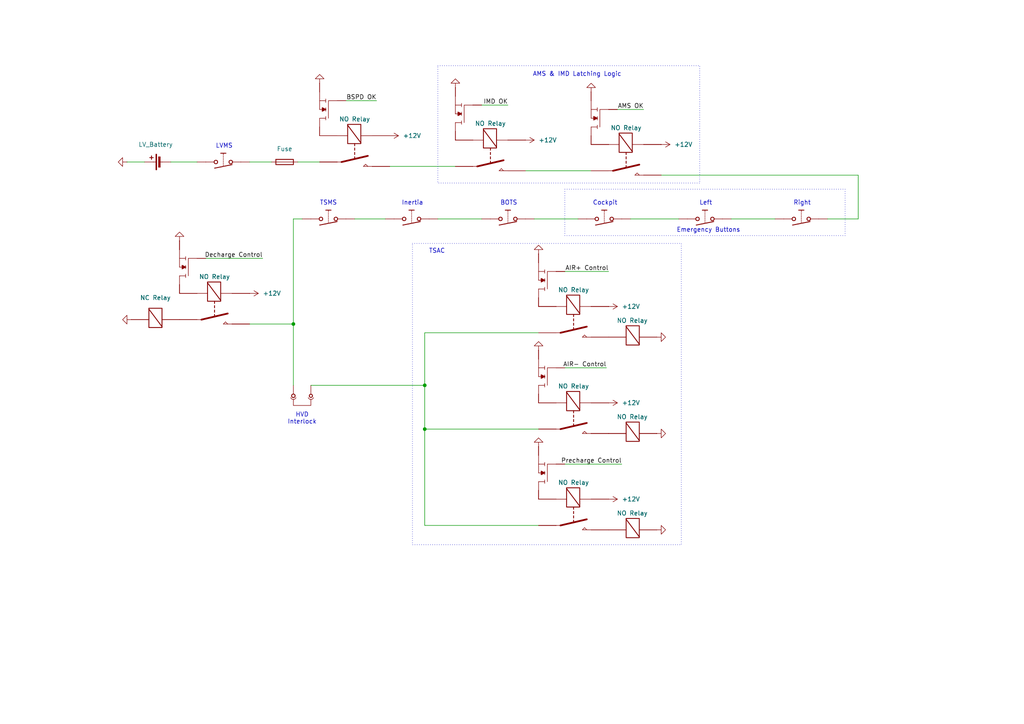
<source format=kicad_sch>
(kicad_sch (version 20231120) (generator "eeschema") (generator_version "8.0")
  (paper "A4")
  (lib_symbols
    (symbol "ADG417BR_1" (pin_names (offset 0.254))
      (symbol "ADG417BR_1_0_1"
        (arc (start -1.778 -0.254) (mid -2.54 0.2952) (end -3.302 -0.254))
        (polyline (pts (xy -2.54 0.254) (xy -2.54 2.032) (xy 2.54 2.032) (xy 2.54 0.254)))
        (arc (start 3.302 -0.254) (mid 2.54 0.2952) (end 1.778 -0.254))
      )
      (symbol "ADG417BR_1_1_1"
        (circle (center -2.54 -0.762) (radius 0.4579) (stroke (width 0.254)))
        (circle (center 2.54 -0.762) (radius 0.508) (stroke (width 0.254)))
        (pin passive line (at -2.54 -3.81 90) (length 2.54) (name "~") (number ""))
        (pin passive line (at 2.54 -3.81 90) (length 2.54) (name "~") (number ""))
      )
      (symbol "ADG417BR_1_2_0"
        (pin no_connect line (at -2.54 10.16 270) (length 2.54) hide (name "NC") (number "2"))
        (pin power_in line (at 0 -12.7 90) (length 2.54) (name "GND") (number "3"))
        (pin power_in line (at 0 12.7 270) (length 2.54) (name "V+") (number "4"))
        (pin power_in line (at 2.54 12.7 270) (length 2.54) (name "VL") (number "5"))
        (pin power_in line (at 2.54 -12.7 90) (length 2.54) (name "V-") (number "7"))
      )
      (symbol "ADG417BR_1_2_1"
        (rectangle (start -3.81 10.16) (end 6.35 -10.16) (stroke (width 0.254)) (fill (type background)))
      )
    )
    (symbol "Analog_Switch:ADG417BR" (pin_names (offset 0.254))
      (symbol "ADG417BR_1_1"
        (circle (center -2.159 0) (radius 0.508) (stroke (width 0.254)))
        (polyline (pts (xy -5.08 0) (xy -2.794 0)))
        (polyline (pts (xy -2.54 0.762) (xy 2.54 1.778)) (stroke (width 0.254)))
        (polyline (pts (xy -0.762 -2.54) (xy 0.762 -2.54)) (stroke (width 0.254)))
        (polyline (pts (xy 0 -2.54) (xy 0 -2.032)))
        (polyline (pts (xy 0 -1.778) (xy 0 -1.524)))
        (polyline (pts (xy 0 -1.27) (xy 0 -1.016)))
        (polyline (pts (xy 0 -0.762) (xy 0 -0.508)))
        (polyline (pts (xy 0 -0.254) (xy 0 0)))
        (polyline (pts (xy 0 0.254) (xy 0 0.508)))
        (polyline (pts (xy 0 0.762) (xy 0 1.016)))
        (polyline (pts (xy 5.08 0) (xy 2.794 0)))
        (circle (center 2.159 0) (radius 0.508) (stroke (width 0.254)))
        (pin passive line (at -7.62 0 0) (length 2.54) (name "~") (number ""))
        (pin passive line (at 7.62 0 180) (length 2.54) (name "~") (number ""))
      )
      (symbol "ADG417BR_2_0"
        (pin no_connect line (at -2.54 10.16 270) (length 2.54) hide (name "NC") (number "2"))
        (pin power_in line (at 0 -12.7 90) (length 2.54) (name "GND") (number "3"))
        (pin power_in line (at 0 12.7 270) (length 2.54) (name "V+") (number "4"))
        (pin power_in line (at 2.54 12.7 270) (length 2.54) (name "VL") (number "5"))
        (pin power_in line (at 2.54 -12.7 90) (length 2.54) (name "V-") (number "7"))
      )
      (symbol "ADG417BR_2_1"
        (rectangle (start -3.81 10.16) (end 6.35 -10.16) (stroke (width 0.254)) (fill (type background)))
      )
    )
    (symbol "Device:Battery_Cell" (pin_numbers hide) (pin_names (offset 0) hide)
      (property "Reference" "BT" (at 2.54 2.54 0))
      (property "Value" "Battery_Cell" (at 2.54 0 0))
      (symbol "Battery_Cell_0_1"
        (rectangle (start -2.286 1.778) (end 2.286 1.524) (fill (type outline)))
        (rectangle (start -1.524 1.016) (end 1.524 0.508) (fill (type outline)))
        (polyline (pts (xy 0 0.762) (xy 0 0)))
        (polyline (pts (xy 0 1.778) (xy 0 2.54)))
        (polyline (pts (xy 0.762 3.048) (xy 1.778 3.048)) (stroke (width 0.254)))
        (polyline (pts (xy 1.27 3.556) (xy 1.27 2.54)) (stroke (width 0.254)))
      )
      (symbol "Battery_Cell_1_1"
        (pin passive line (at 0 5.08 270) (length 2.54) (name "+") (number "1"))
        (pin passive line (at 0 -2.54 90) (length 2.54) (name "-") (number "2"))
      )
    )
    (symbol "Device:Fuse" (pin_numbers hide) (pin_names (offset 0))
      (property "Reference" "F" (at 2.032 0 90))
      (property "Value" "Fuse" (at -1.905 0 90))
      (symbol "Fuse_0_1"
        (rectangle (start -0.762 -2.54) (end 0.762 2.54) (stroke (width 0.254)))
        (polyline (pts (xy 0 2.54) (xy 0 -2.54)))
      )
      (symbol "Fuse_1_1"
        (pin passive line (at 0 3.81 270) (length 1.27) (name "~") (number "1"))
        (pin passive line (at 0 -3.81 90) (length 1.27) (name "~") (number "2"))
      )
    )
    (symbol "EPSA_Lib:NMOS SQ2348ES-T1_GE3" (pin_names (offset 0.762))
      (property "Reference" "Q1" (at 15.875 0 0))
      (property "Render Name" "NMOS" (at 15.875 -2.54 0))
      (symbol "NMOS SQ2348ES-T1_GE3_0_1"
        (polyline (pts (xy 12.827 6.223) (xy 13.843 6.223)) (stroke (width 0.1524)))
        (polyline (pts (xy 13.335 6.223) (xy 13.335 4.445)) (stroke (width 0.1524)))
        (polyline (pts (xy 15.367 6.223) (xy 16.383 6.223)) (stroke (width 0.1524)))
        (polyline (pts (xy 15.875 4.445) (xy 10.795 4.445)) (stroke (width 0.1524)))
        (polyline (pts (xy 15.875 4.445) (xy 15.875 6.223)) (stroke (width 0.1524)))
        (polyline (pts (xy 18.415 4.445) (xy 18.415 6.223)) (stroke (width 0.1524)))
        (polyline (pts (xy 18.415 4.445) (xy 20.955 4.445)) (stroke (width 0.1524)))
        (polyline (pts (xy 18.923 6.223) (xy 17.907 6.223)) (stroke (width 0.1524)))
        (polyline (pts (xy 13.335 9.525) (xy 13.335 6.985) (xy 18.415 6.985)) (stroke (width 0.1524)))
        (polyline (pts (xy 15.875 6.223) (xy 16.383 5.207) (xy 15.367 5.207) (xy 15.875 6.223)) (stroke (width 0.254)) (fill (type outline)))
      )
      (symbol "NMOS SQ2348ES-T1_GE3_1_0"
        (pin passive line (at 8.255 4.445 0) (length 2.54) (name "~") (number ""))
        (pin passive line (at 13.335 12.065 270) (length 2.54) (name "~") (number ""))
        (pin passive line (at 23.495 4.445 180) (length 2.54) (name "~") (number ""))
      )
    )
    (symbol "EPSA_Lib:Relais PCB" (pin_names (offset 0.762))
      (property "Value" "NO Relay" (at 12.7 8.636 0))
      (symbol "Relais PCB_1_0"
        (pin passive line (at 2.54 -3.81 0) (length 5.08) (name "") (number ""))
        (pin passive line (at 2.54 3.81 0) (length 5.08) (name "") (number ""))
        (pin passive line (at 22.86 -5.08 180) (length 5.08) (name "") (number ""))
        (pin passive line (at 22.86 3.81 180) (length 5.08) (name "") (number ""))
      )
      (symbol "Relais PCB_1_1"
        (polyline (pts (xy 8.89 -3.81) (xy 7.62 -3.81)))
        (polyline (pts (xy 8.89 -3.81) (xy 16.51 -2.032)) (stroke (width 0.508)))
        (polyline (pts (xy 10.668 3.81) (xy 7.62 3.81)))
        (polyline (pts (xy 10.668 6.858) (xy 14.478 1.778)) (stroke (width 0.254)))
        (polyline (pts (xy 12.7 -2.286) (xy 12.7 -2.921)) (stroke (width 0.254)))
        (polyline (pts (xy 12.7 -1.016) (xy 12.7 -1.651)) (stroke (width 0.254)))
        (polyline (pts (xy 12.7 0.254) (xy 12.7 -0.381)) (stroke (width 0.254)))
        (polyline (pts (xy 12.7 1.524) (xy 12.7 0.889)) (stroke (width 0.254)))
        (polyline (pts (xy 17.78 -5.08) (xy 16.51 -5.08)))
        (polyline (pts (xy 17.78 3.81) (xy 14.478 3.81)))
        (polyline (pts (xy 15.24 -5.08) (xy 16.51 -5.08) (xy 15.875 -4.445) (xy 15.24 -5.08)))
        (rectangle (start 10.668 7.112) (end 14.478 1.524) (stroke (width 0.254)))
      )
    )
    (symbol "Relais PCB_1" (pin_names (offset 0.762))
      (property "Value" "NO Relay" (at 11.938 8.636 0))
      (symbol "Relais PCB_1_1_0"
        (pin passive line (at 5.08 3.81 0) (length 5.08) (name "") (number ""))
        (pin passive line (at 19.05 3.81 180) (length 5.08) (name "") (number ""))
      )
      (symbol "Relais PCB_1_1_1"
        (polyline (pts (xy 10.16 6.858) (xy 13.97 1.778)) (stroke (width 0.254)))
        (rectangle (start 10.16 7.112) (end 13.97 1.524) (stroke (width 0.254)))
      )
    )
    (symbol "power:+12V" (power) (pin_numbers hide) (pin_names (offset 0) hide)
      (property "Value" "+12V" (at 0 3.556 0))
      (symbol "+12V_0_1"
        (polyline (pts (xy -0.762 1.27) (xy 0 2.54)))
        (polyline (pts (xy 0 0) (xy 0 2.54)))
        (polyline (pts (xy 0 2.54) (xy 0.762 1.27)))
      )
      (symbol "+12V_1_1"
        (pin power_in line (at 0 0 90) (length 0) (name "~") (number "1"))
      )
    )
    (symbol "power:GND" (power) (pin_numbers hide) (pin_names (offset 0) hide)
      (property "Value" "GND" (at 0 -3.81 0))
      (symbol "GND_0_1"
        (polyline (pts (xy 0 0) (xy 0 -1.27) (xy 1.27 -1.27) (xy 0 -2.54) (xy -1.27 -1.27) (xy 0 -1.27)))
      )
      (symbol "GND_1_1"
        (pin power_in line (at 0 0 270) (length 0) (name "~") (number "1"))
      )
    )
  )
  (junction (at 123.19 111.76))
  (junction (at 85.09 93.98))
  (junction (at 123.19 124.46))
  (wire (pts (xy 154.94 63.5) (xy 167.64 63.5)))
  (wire (pts (xy 248.92 63.5) (xy 240.03 63.5)))
  (wire (pts (xy 175.895 106.68) (xy 163.83 106.68)))
  (wire (pts (xy 36.83 46.99) (xy 41.91 46.99)))
  (wire (pts (xy 248.92 50.8) (xy 248.92 63.5)))
  (wire (pts (xy 127 63.5) (xy 139.7 63.5)))
  (wire (pts (xy 182.88 63.5) (xy 196.85 63.5)))
  (wire (pts (xy 85.09 63.5) (xy 85.09 93.98)))
  (wire (pts (xy 191.77 50.8) (xy 248.92 50.8)))
  (wire (pts (xy 87.63 63.5) (xy 85.09 63.5)))
  (wire (pts (xy 102.87 63.5) (xy 111.76 63.5)))
  (wire (pts (xy 156.21 152.4) (xy 123.19 152.4)))
  (wire (pts (xy 123.19 111.76) (xy 123.19 96.52)))
  (wire (pts (xy 86.36 46.99) (xy 92.71 46.99)))
  (wire (pts (xy 72.39 46.99) (xy 78.74 46.99)))
  (wire (pts (xy 156.21 124.46) (xy 123.19 124.46)))
  (wire (pts (xy 90.17 111.76) (xy 123.19 111.76)))
  (wire (pts (xy 152.4 49.53) (xy 171.45 49.53)))
  (wire (pts (xy 49.53 46.99) (xy 57.15 46.99)))
  (wire (pts (xy 76.2 74.93) (xy 59.69 74.93)))
  (wire (pts (xy 176.53 78.74) (xy 163.83 78.74)))
  (wire (pts (xy 186.69 31.75) (xy 179.07 31.75)))
  (wire (pts (xy 212.09 63.5) (xy 224.79 63.5)))
  (wire (pts (xy 147.32 30.48) (xy 139.7 30.48)))
  (wire (pts (xy 109.22 29.21) (xy 100.33 29.21)))
  (wire (pts (xy 123.19 152.4) (xy 123.19 124.46)))
  (wire (pts (xy 85.09 93.98) (xy 85.09 111.76)))
  (wire (pts (xy 85.09 93.98) (xy 72.39 93.98)))
  (wire (pts (xy 113.03 48.26) (xy 132.08 48.26)))
  (wire (pts (xy 123.19 96.52) (xy 156.21 96.52)))
  (wire (pts (xy 180.34 134.62) (xy 163.83 134.62)))
  (wire (pts (xy 123.19 124.46) (xy 123.19 111.76)))
  (rectangle (start 119.634 70.612) (end 197.612 157.988) (stroke (width 0) (type dot)))
  (rectangle (start 127 19.05) (end 202.946 53.086) (stroke (width 0) (type dot)))
  (rectangle (start 163.83 54.864) (end 245.11 68.326) (stroke (width 0) (type dot)))
  (text "TSAC" (at 126.746 72.898 0) (effects (font (size 1.27 1.27))))
  (text "HVD\nInterlock" (at 87.63 121.412 0) (effects (font (size 1.27 1.27))))
  (text "BOTS" (at 147.574 58.928 0) (effects (font (size 1.27 1.27))))
  (text "Right" (at 232.664 58.928 0) (effects (font (size 1.27 1.27))))
  (text "Inertia" (at 119.634 58.928 0) (effects (font (size 1.27 1.27))))
  (text "Cockpit" (at 175.514 58.928 0) (effects (font (size 1.27 1.27))))
  (text "AMS & IMD Latching Logic" (at 167.386 21.59 0) (effects (font (size 1.27 1.27))))
  (text "LVMS" (at 65.024 42.418 0) (effects (font (size 1.27 1.27))))
  (text "Emergency Buttons" (at 205.486 66.802 0) (effects (font (size 1.27 1.27))))
  (text "TSMS" (at 95.25 58.928 0) (effects (font (size 1.27 1.27))))
  (text "Left" (at 204.724 58.928 0) (effects (font (size 1.27 1.27))))
  (label "Decharge Control" (at 76.2 74.93 180))
  (label "Precharge Control" (at 180.34 134.62 180))
  (label "BSPD OK" (at 109.22 29.21 180))
  (label "AMS OK" (at 186.69 31.75 180))
  (label "AIR+ Control" (at 176.53 78.74 180))
  (label "IMD OK" (at 147.32 30.48 180))
  (label "AIR- Control" (at 175.895 106.68 180))
  (symbol (lib_id "power:+12V") (at 152.4 40.64 270) (unit 1)
    (property "Reference" "#PWR05" (effects (hide yes)))
    (property "Value" "+12V" (at 156.21 40.6399 90) (effects (justify left)))
    (property "Description" "Power symbol creates a global label with name \"+12V\"" (effects (hide yes)))
  )
  (symbol (lib_name "EPSA_Lib:Relais PCB") (lib_id "EPSA_Lib:Relais PCB") (at 49.53 88.9 0) (unit 1)
    (property "Reference" "K4" (effects (hide yes)))
    (property "Value" "NO Relay" (at 62.23 80.264 0))
    (property "Footprint" "EPSA_lib:CP112V" (effects (hide yes)))
    (property "Datasheet" "https://www3.panasonic.biz/ac/e/uacs/download/index.jsp?c=vehicle_download" (effects (hide yes)))
    (property "Description" "PANASONIC ELECTRIC WORKS - CP1-12V - RELAY, AUTOMOTIVE, SPDT, 14VDC, 20A" (effects (hide yes)))
    (property "Height" "9.5" (effects (hide yes)))
    (property "Mouser Part Number" "769-CP1-12V" (effects (hide yes)))
    (property "Mouser Price/Stock" "https://www.mouser.co.uk/ProductDetail/Panasonic-Industrial-Devices/CP1-12V?qs=mTeSeKeuVA7dPPafy7M16g%3D%3D" (effects (hide yes)))
    (property "Manufacturer_Name" "Panasonic" (effects (hide yes)))
    (property "Manufacturer_Part_Number" "CP1-12V" (effects (hide yes)))
  )
  (symbol (lib_id "power:+12V") (at 176.53 88.9 270) (unit 1)
    (property "Reference" "#PWR011" (effects (hide yes)))
    (property "Value" "+12V" (at 180.34 88.8999 90) (effects (justify left)))
    (property "Description" "Power symbol creates a global label with name \"+12V\"" (effects (hide yes)))
  )
  (symbol (lib_id "Device:Fuse") (at 82.55 46.99 90) (unit 1)
    (property "Reference" "F1" (effects (hide yes)))
    (property "Value" "Fuse" (at 82.55 43.18 90))
    (property "Description" "Fuse" (effects (hide yes)))
  )
  (symbol (lib_id "EPSA_Lib:Relais PCB") (at 90.17 43.18 0) (unit 1)
    (property "Reference" "K1" (effects (hide yes)))
    (property "Value" "NO Relay" (at 102.87 34.544 0))
    (property "Footprint" "EPSA_lib:CP112V" (effects (hide yes)))
    (property "Datasheet" "https://www3.panasonic.biz/ac/e/uacs/download/index.jsp?c=vehicle_download" (effects (hide yes)))
    (property "Description" "PANASONIC ELECTRIC WORKS - CP1-12V - RELAY, AUTOMOTIVE, SPDT, 14VDC, 20A" (effects (hide yes)))
    (property "Height" "9.5" (effects (hide yes)))
    (property "Mouser Part Number" "769-CP1-12V" (effects (hide yes)))
    (property "Mouser Price/Stock" "https://www.mouser.co.uk/ProductDetail/Panasonic-Industrial-Devices/CP1-12V?qs=mTeSeKeuVA7dPPafy7M16g%3D%3D" (effects (hide yes)))
    (property "Manufacturer_Name" "Panasonic" (effects (hide yes)))
    (property "Manufacturer_Part_Number" "CP1-12V" (effects (hide yes)))
  )
  (symbol (lib_name "EPSA_Lib:NMOS SQ2348ES-T1_GE3") (lib_id "EPSA_Lib:NMOS SQ2348ES-T1_GE3") (at 151.765 65.405 270) (unit 1)
    (property "Reference" "Q5" (effects (hide yes)))
    (property "Value" "NMOS SQ2348ES-T1_GE3" (effects (hide yes)))
    (property "Footprint" "EPSA_lib:SOT95P237X112-3N" (effects (hide yes)))
    (property "Datasheet" "http://www.vishay.com/docs/63706/sq2348es.pdf" (effects (hide yes)))
    (property "Description" "VISHAY - SQ2348ES-T1_GE3 - MOSFET, AEC-Q101, N-CH, 30V, SOT-23" (effects (hide yes)))
    (property "Sim.Pins" "3=1 1=2 2=3" (effects (hide yes)))
    (property "Sim.Device" "SPICE" (effects (hide yes)))
    (property "Sim.Params" "type=\"X\" model=\"SQ2348ES\" lib=\"${EPSA_lib}\\SpiceModel\\NMOS_SQ2348ES_PS Rev A.LIB\"" (effects (hide yes)))
    (property "Height" "1.12" (effects (hide yes)))
    (property "Manufacturer_Name" "Vishay" (effects (hide yes)))
    (property "Manufacturer_Part_Number" "SQ2348ES-T1_GE3" (effects (hide yes)))
    (property "Mouser Part Number" "781-SQ2348ES-T1_GE3" (effects (hide yes)))
    (property "Mouser Price/Stock" "https://www.mouser.co.uk/ProductDetail/Vishay-Siliconix/SQ2348ES-T1_GE3?qs=jHkklCh7amgC88blremf%252Bw%3D%3D" (effects (hide yes)))
    (property "Render Name" "NMOS" (effects (hide yes)))
  )
  (symbol (lib_name "EPSA_Lib:NMOS SQ2348ES-T1_GE3") (lib_id "EPSA_Lib:NMOS SQ2348ES-T1_GE3") (at 151.765 121.285 270) (unit 1)
    (property "Reference" "Q7" (effects (hide yes)))
    (property "Value" "NMOS SQ2348ES-T1_GE3" (effects (hide yes)))
    (property "Footprint" "EPSA_lib:SOT95P237X112-3N" (effects (hide yes)))
    (property "Datasheet" "http://www.vishay.com/docs/63706/sq2348es.pdf" (effects (hide yes)))
    (property "Description" "VISHAY - SQ2348ES-T1_GE3 - MOSFET, AEC-Q101, N-CH, 30V, SOT-23" (effects (hide yes)))
    (property "Sim.Pins" "3=1 1=2 2=3" (effects (hide yes)))
    (property "Sim.Device" "SPICE" (effects (hide yes)))
    (property "Sim.Params" "type=\"X\" model=\"SQ2348ES\" lib=\"${EPSA_lib}\\SpiceModel\\NMOS_SQ2348ES_PS Rev A.LIB\"" (effects (hide yes)))
    (property "Height" "1.12" (effects (hide yes)))
    (property "Manufacturer_Name" "Vishay" (effects (hide yes)))
    (property "Manufacturer_Part_Number" "SQ2348ES-T1_GE3" (effects (hide yes)))
    (property "Mouser Part Number" "781-SQ2348ES-T1_GE3" (effects (hide yes)))
    (property "Mouser Price/Stock" "https://www.mouser.co.uk/ProductDetail/Vishay-Siliconix/SQ2348ES-T1_GE3?qs=jHkklCh7amgC88blremf%252Bw%3D%3D" (effects (hide yes)))
    (property "Render Name" "NMOS" (effects (hide yes)))
  )
  (symbol (lib_name "Relais PCB_1") (lib_id "EPSA_Lib:Relais PCB") (at 171.45 129.54 0) (unit 1)
    (property "Reference" "K10" (effects (hide yes)))
    (property "Value" "NO Relay" (at 183.388 120.904 0))
    (property "Footprint" "EPSA_lib:CP112V" (effects (hide yes)))
    (property "Datasheet" "https://www3.panasonic.biz/ac/e/uacs/download/index.jsp?c=vehicle_download" (effects (hide yes)))
    (property "Description" "PANASONIC ELECTRIC WORKS - CP1-12V - RELAY, AUTOMOTIVE, SPDT, 14VDC, 20A" (effects (hide yes)))
    (property "Height" "9.5" (effects (hide yes)))
    (property "Mouser Part Number" "769-CP1-12V" (effects (hide yes)))
    (property "Mouser Price/Stock" "https://www.mouser.co.uk/ProductDetail/Panasonic-Industrial-Devices/CP1-12V?qs=mTeSeKeuVA7dPPafy7M16g%3D%3D" (effects (hide yes)))
    (property "Manufacturer_Name" "Panasonic" (effects (hide yes)))
    (property "Manufacturer_Part_Number" "CP1-12V" (effects (hide yes)))
  )
  (symbol (lib_id "power:+12V") (at 176.53 116.84 270) (unit 1)
    (property "Reference" "#PWR013" (effects (hide yes)))
    (property "Value" "+12V" (at 180.34 116.8399 90) (effects (justify left)))
    (property "Description" "Power symbol creates a global label with name \"+12V\"" (effects (hide yes)))
  )
  (symbol (lib_name "EPSA_Lib:Relais PCB") (lib_id "EPSA_Lib:Relais PCB") (at 168.91 45.72 0) (unit 1)
    (property "Reference" "K3" (effects (hide yes)))
    (property "Value" "NO Relay" (at 181.61 37.084 0))
    (property "Footprint" "EPSA_lib:CP112V" (effects (hide yes)))
    (property "Datasheet" "https://www3.panasonic.biz/ac/e/uacs/download/index.jsp?c=vehicle_download" (effects (hide yes)))
    (property "Description" "PANASONIC ELECTRIC WORKS - CP1-12V - RELAY, AUTOMOTIVE, SPDT, 14VDC, 20A" (effects (hide yes)))
    (property "Height" "9.5" (effects (hide yes)))
    (property "Mouser Part Number" "769-CP1-12V" (effects (hide yes)))
    (property "Mouser Price/Stock" "https://www.mouser.co.uk/ProductDetail/Panasonic-Industrial-Devices/CP1-12V?qs=mTeSeKeuVA7dPPafy7M16g%3D%3D" (effects (hide yes)))
    (property "Manufacturer_Name" "Panasonic" (effects (hide yes)))
    (property "Manufacturer_Part_Number" "CP1-12V" (effects (hide yes)))
  )
  (symbol (lib_name "Analog_Switch:ADG417BR") (lib_id "Analog_Switch:ADG417BR") (at 147.32 63.5 180) (unit 1)
    (property "Reference" "U5" (effects (hide yes)))
    (property "Value" "ADG417BR" (effects (hide yes)))
    (property "Footprint" "Package_SO:SOIC-8_3.9x4.9mm_P1.27mm" (effects (hide yes)))
    (property "Datasheet" "https://www.analog.com/media/en/technical-documentation/data-sheets/ADG417.pdf" (effects (hide yes)))
    (property "Description" "Single SPST Monolithic LC²MOS Analog Switch, normally OFF, 25Ohm Ron, SOIC-8" (effects (hide yes)))
  )
  (symbol (lib_id "power:GND") (at 156.21 73.66 180) (unit 1)
    (property "Reference" "#PWR010" (effects (hide yes)))
    (property "Value" "GND" (effects (hide yes)))
    (property "Description" "Power symbol creates a global label with name \"GND\" , ground" (effects (hide yes)))
  )
  (symbol (lib_id "power:GND") (at 190.5 153.67 90) (unit 1)
    (property "Reference" "#PWR019" (effects (hide yes)))
    (property "Value" "GND" (effects (hide yes)))
    (property "Description" "Power symbol creates a global label with name \"GND\" , ground" (effects (hide yes)))
  )
  (symbol (lib_id "power:GND") (at 156.21 101.6 180) (unit 1)
    (property "Reference" "#PWR012" (effects (hide yes)))
    (property "Value" "GND" (effects (hide yes)))
    (property "Description" "Power symbol creates a global label with name \"GND\" , ground" (effects (hide yes)))
  )
  (symbol (lib_name "EPSA_Lib:NMOS SQ2348ES-T1_GE3") (lib_id "EPSA_Lib:NMOS SQ2348ES-T1_GE3") (at 47.625 61.595 270) (unit 1)
    (property "Reference" "Q4" (effects (hide yes)))
    (property "Value" "NMOS SQ2348ES-T1_GE3" (effects (hide yes)))
    (property "Footprint" "EPSA_lib:SOT95P237X112-3N" (effects (hide yes)))
    (property "Datasheet" "http://www.vishay.com/docs/63706/sq2348es.pdf" (effects (hide yes)))
    (property "Description" "VISHAY - SQ2348ES-T1_GE3 - MOSFET, AEC-Q101, N-CH, 30V, SOT-23" (effects (hide yes)))
    (property "Sim.Pins" "3=1 1=2 2=3" (effects (hide yes)))
    (property "Sim.Device" "SPICE" (effects (hide yes)))
    (property "Sim.Params" "type=\"X\" model=\"SQ2348ES\" lib=\"${EPSA_lib}\\SpiceModel\\NMOS_SQ2348ES_PS Rev A.LIB\"" (effects (hide yes)))
    (property "Height" "1.12" (effects (hide yes)))
    (property "Manufacturer_Name" "Vishay" (effects (hide yes)))
    (property "Manufacturer_Part_Number" "SQ2348ES-T1_GE3" (effects (hide yes)))
    (property "Mouser Part Number" "781-SQ2348ES-T1_GE3" (effects (hide yes)))
    (property "Mouser Price/Stock" "https://www.mouser.co.uk/ProductDetail/Vishay-Siliconix/SQ2348ES-T1_GE3?qs=jHkklCh7amgC88blremf%252Bw%3D%3D" (effects (hide yes)))
    (property "Render Name" "NMOS" (effects (hide yes)))
  )
  (symbol (lib_name "ADG417BR_1") (lib_id "Analog_Switch:ADG417BR") (at 87.63 115.57 180) (unit 1)
    (property "Reference" "U7" (effects (hide yes)))
    (property "Value" "ADG417BR" (effects (hide yes)))
    (property "Footprint" "Package_SO:SOIC-8_3.9x4.9mm_P1.27mm" (effects (hide yes)))
    (property "Datasheet" "https://www.analog.com/media/en/technical-documentation/data-sheets/ADG417.pdf" (effects (hide yes)))
    (property "Description" "Single SPST Monolithic LC²MOS Analog Switch, normally OFF, 25Ohm Ron, SOIC-8" (effects (hide yes)))
  )
  (symbol (lib_id "EPSA_Lib:NMOS SQ2348ES-T1_GE3") (at 88.265 15.875 270) (unit 1)
    (property "Reference" "Q1" (effects (hide yes)))
    (property "Value" "NMOS SQ2348ES-T1_GE3" (effects (hide yes)))
    (property "Footprint" "EPSA_lib:SOT95P237X112-3N" (effects (hide yes)))
    (property "Datasheet" "http://www.vishay.com/docs/63706/sq2348es.pdf" (effects (hide yes)))
    (property "Description" "VISHAY - SQ2348ES-T1_GE3 - MOSFET, AEC-Q101, N-CH, 30V, SOT-23" (effects (hide yes)))
    (property "Sim.Pins" "3=1 1=2 2=3" (effects (hide yes)))
    (property "Sim.Device" "SPICE" (effects (hide yes)))
    (property "Sim.Params" "type=\"X\" model=\"SQ2348ES\" lib=\"${EPSA_lib}\\SpiceModel\\NMOS_SQ2348ES_PS Rev A.LIB\"" (effects (hide yes)))
    (property "Height" "1.12" (effects (hide yes)))
    (property "Manufacturer_Name" "Vishay" (effects (hide yes)))
    (property "Manufacturer_Part_Number" "SQ2348ES-T1_GE3" (effects (hide yes)))
    (property "Mouser Part Number" "781-SQ2348ES-T1_GE3" (effects (hide yes)))
    (property "Mouser Price/Stock" "https://www.mouser.co.uk/ProductDetail/Vishay-Siliconix/SQ2348ES-T1_GE3?qs=jHkklCh7amgC88blremf%252Bw%3D%3D" (effects (hide yes)))
    (property "Render Name" "NMOS" (effects (hide yes)))
  )
  (symbol (lib_id "power:GND") (at 190.5 125.73 90) (unit 1)
    (property "Reference" "#PWR018" (effects (hide yes)))
    (property "Value" "GND" (effects (hide yes)))
    (property "Description" "Power symbol creates a global label with name \"GND\" , ground" (effects (hide yes)))
  )
  (symbol (lib_id "power:+12V") (at 176.53 144.78 270) (unit 1)
    (property "Reference" "#PWR015" (effects (hide yes)))
    (property "Value" "+12V" (at 180.34 144.7799 90) (effects (justify left)))
    (property "Description" "Power symbol creates a global label with name \"+12V\"" (effects (hide yes)))
  )
  (symbol (lib_name "Analog_Switch:ADG417BR") (lib_id "Analog_Switch:ADG417BR") (at 95.25 63.5 180) (unit 1)
    (property "Reference" "U8" (effects (hide yes)))
    (property "Value" "ADG417BR" (effects (hide yes)))
    (property "Footprint" "Package_SO:SOIC-8_3.9x4.9mm_P1.27mm" (effects (hide yes)))
    (property "Datasheet" "https://www.analog.com/media/en/technical-documentation/data-sheets/ADG417.pdf" (effects (hide yes)))
    (property "Description" "Single SPST Monolithic LC²MOS Analog Switch, normally OFF, 25Ohm Ron, SOIC-8" (effects (hide yes)))
  )
  (symbol (lib_name "Relais PCB_1") (lib_id "EPSA_Lib:Relais PCB") (at 171.45 101.6 0) (unit 1)
    (property "Reference" "K9" (effects (hide yes)))
    (property "Value" "NO Relay" (at 183.388 92.964 0))
    (property "Footprint" "EPSA_lib:CP112V" (effects (hide yes)))
    (property "Datasheet" "https://www3.panasonic.biz/ac/e/uacs/download/index.jsp?c=vehicle_download" (effects (hide yes)))
    (property "Description" "PANASONIC ELECTRIC WORKS - CP1-12V - RELAY, AUTOMOTIVE, SPDT, 14VDC, 20A" (effects (hide yes)))
    (property "Height" "9.5" (effects (hide yes)))
    (property "Mouser Part Number" "769-CP1-12V" (effects (hide yes)))
    (property "Mouser Price/Stock" "https://www.mouser.co.uk/ProductDetail/Panasonic-Industrial-Devices/CP1-12V?qs=mTeSeKeuVA7dPPafy7M16g%3D%3D" (effects (hide yes)))
    (property "Manufacturer_Name" "Panasonic" (effects (hide yes)))
    (property "Manufacturer_Part_Number" "CP1-12V" (effects (hide yes)))
  )
  (symbol (lib_id "power:GND") (at 156.21 129.54 180) (unit 1)
    (property "Reference" "#PWR014" (effects (hide yes)))
    (property "Value" "GND" (effects (hide yes)))
    (property "Description" "Power symbol creates a global label with name \"GND\" , ground" (effects (hide yes)))
  )
  (symbol (lib_name "EPSA_Lib:Relais PCB") (lib_id "EPSA_Lib:Relais PCB") (at 153.67 92.71 0) (unit 1)
    (property "Reference" "K6" (effects (hide yes)))
    (property "Value" "NO Relay" (at 166.37 84.074 0))
    (property "Footprint" "EPSA_lib:CP112V" (effects (hide yes)))
    (property "Datasheet" "https://www3.panasonic.biz/ac/e/uacs/download/index.jsp?c=vehicle_download" (effects (hide yes)))
    (property "Description" "PANASONIC ELECTRIC WORKS - CP1-12V - RELAY, AUTOMOTIVE, SPDT, 14VDC, 20A" (effects (hide yes)))
    (property "Height" "9.5" (effects (hide yes)))
    (property "Mouser Part Number" "769-CP1-12V" (effects (hide yes)))
    (property "Mouser Price/Stock" "https://www.mouser.co.uk/ProductDetail/Panasonic-Industrial-Devices/CP1-12V?qs=mTeSeKeuVA7dPPafy7M16g%3D%3D" (effects (hide yes)))
    (property "Manufacturer_Name" "Panasonic" (effects (hide yes)))
    (property "Manufacturer_Part_Number" "CP1-12V" (effects (hide yes)))
  )
  (symbol (lib_name "Analog_Switch:ADG417BR") (lib_id "Analog_Switch:ADG417BR") (at 232.41 63.5 180) (unit 1)
    (property "Reference" "U2" (effects (hide yes)))
    (property "Value" "ADG417BR" (effects (hide yes)))
    (property "Footprint" "Package_SO:SOIC-8_3.9x4.9mm_P1.27mm" (effects (hide yes)))
    (property "Datasheet" "https://www.analog.com/media/en/technical-documentation/data-sheets/ADG417.pdf" (effects (hide yes)))
    (property "Description" "Single SPST Monolithic LC²MOS Analog Switch, normally OFF, 25Ohm Ron, SOIC-8" (effects (hide yes)))
  )
  (symbol (lib_id "power:+12V") (at 113.03 39.37 270) (unit 1)
    (property "Reference" "#PWR03" (effects (hide yes)))
    (property "Value" "+12V" (at 116.84 39.3699 90) (effects (justify left)))
    (property "Description" "Power symbol creates a global label with name \"+12V\"" (effects (hide yes)))
  )
  (symbol (lib_name "EPSA_Lib:Relais PCB") (lib_id "EPSA_Lib:Relais PCB") (at 153.67 148.59 0) (unit 1)
    (property "Reference" "K8" (effects (hide yes)))
    (property "Value" "NO Relay" (at 166.37 139.954 0))
    (property "Footprint" "EPSA_lib:CP112V" (effects (hide yes)))
    (property "Datasheet" "https://www3.panasonic.biz/ac/e/uacs/download/index.jsp?c=vehicle_download" (effects (hide yes)))
    (property "Description" "PANASONIC ELECTRIC WORKS - CP1-12V - RELAY, AUTOMOTIVE, SPDT, 14VDC, 20A" (effects (hide yes)))
    (property "Height" "9.5" (effects (hide yes)))
    (property "Mouser Part Number" "769-CP1-12V" (effects (hide yes)))
    (property "Mouser Price/Stock" "https://www.mouser.co.uk/ProductDetail/Panasonic-Industrial-Devices/CP1-12V?qs=mTeSeKeuVA7dPPafy7M16g%3D%3D" (effects (hide yes)))
    (property "Manufacturer_Name" "Panasonic" (effects (hide yes)))
    (property "Manufacturer_Part_Number" "CP1-12V" (effects (hide yes)))
  )
  (symbol (lib_id "power:GND") (at 132.08 25.4 180) (unit 1)
    (property "Reference" "#PWR04" (effects (hide yes)))
    (property "Value" "GND" (effects (hide yes)))
    (property "Description" "Power symbol creates a global label with name \"GND\" , ground" (effects (hide yes)))
  )
  (symbol (lib_id "power:GND") (at 36.83 46.99 270) (unit 1)
    (property "Reference" "#PWR01" (effects (hide yes)))
    (property "Value" "GND" (effects (hide yes)))
    (property "Description" "Power symbol creates a global label with name \"GND\" , ground" (effects (hide yes)))
  )
  (symbol (lib_id "Device:Battery_Cell") (at 46.99 46.99 90) (unit 1)
    (property "Reference" "BT1" (effects (hide yes)))
    (property "Value" "LV_Battery" (at 45.1485 41.91 90))
    (property "Description" "Single-cell battery" (effects (hide yes)))
  )
  (symbol (lib_id "Analog_Switch:ADG417BR") (at 64.77 46.99 180) (unit 1)
    (property "Reference" "U1" (effects (hide yes)))
    (property "Value" "ADG417BR" (effects (hide yes)))
    (property "Footprint" "Package_SO:SOIC-8_3.9x4.9mm_P1.27mm" (effects (hide yes)))
    (property "Datasheet" "https://www.analog.com/media/en/technical-documentation/data-sheets/ADG417.pdf" (effects (hide yes)))
    (property "Description" "Single SPST Monolithic LC²MOS Analog Switch, normally OFF, 25Ohm Ron, SOIC-8" (effects (hide yes)))
  )
  (symbol (lib_id "power:GND") (at 52.07 69.85 180) (unit 1)
    (property "Reference" "#PWR08" (effects (hide yes)))
    (property "Value" "GND" (effects (hide yes)))
    (property "Description" "Power symbol creates a global label with name \"GND\" , ground" (effects (hide yes)))
  )
  (symbol (lib_name "EPSA_Lib:Relais PCB") (lib_id "EPSA_Lib:Relais PCB") (at 129.54 44.45 0) (unit 1)
    (property "Reference" "K2" (effects (hide yes)))
    (property "Value" "NO Relay" (at 142.24 35.814 0))
    (property "Footprint" "EPSA_lib:CP112V" (effects (hide yes)))
    (property "Datasheet" "https://www3.panasonic.biz/ac/e/uacs/download/index.jsp?c=vehicle_download" (effects (hide yes)))
    (property "Description" "PANASONIC ELECTRIC WORKS - CP1-12V - RELAY, AUTOMOTIVE, SPDT, 14VDC, 20A" (effects (hide yes)))
    (property "Height" "9.5" (effects (hide yes)))
    (property "Mouser Part Number" "769-CP1-12V" (effects (hide yes)))
    (property "Mouser Price/Stock" "https://www.mouser.co.uk/ProductDetail/Panasonic-Industrial-Devices/CP1-12V?qs=mTeSeKeuVA7dPPafy7M16g%3D%3D" (effects (hide yes)))
    (property "Manufacturer_Name" "Panasonic" (effects (hide yes)))
    (property "Manufacturer_Part_Number" "CP1-12V" (effects (hide yes)))
  )
  (symbol (lib_id "power:GND") (at 171.45 26.67 180) (unit 1)
    (property "Reference" "#PWR06" (effects (hide yes)))
    (property "Value" "GND" (effects (hide yes)))
    (property "Description" "Power symbol creates a global label with name \"GND\" , ground" (effects (hide yes)))
  )
  (symbol (lib_name "EPSA_Lib:Relais PCB") (lib_id "EPSA_Lib:Relais PCB") (at 153.67 120.65 0) (unit 1)
    (property "Reference" "K7" (effects (hide yes)))
    (property "Value" "NO Relay" (at 166.37 112.014 0))
    (property "Footprint" "EPSA_lib:CP112V" (effects (hide yes)))
    (property "Datasheet" "https://www3.panasonic.biz/ac/e/uacs/download/index.jsp?c=vehicle_download" (effects (hide yes)))
    (property "Description" "PANASONIC ELECTRIC WORKS - CP1-12V - RELAY, AUTOMOTIVE, SPDT, 14VDC, 20A" (effects (hide yes)))
    (property "Height" "9.5" (effects (hide yes)))
    (property "Mouser Part Number" "769-CP1-12V" (effects (hide yes)))
    (property "Mouser Price/Stock" "https://www.mouser.co.uk/ProductDetail/Panasonic-Industrial-Devices/CP1-12V?qs=mTeSeKeuVA7dPPafy7M16g%3D%3D" (effects (hide yes)))
    (property "Manufacturer_Name" "Panasonic" (effects (hide yes)))
    (property "Manufacturer_Part_Number" "CP1-12V" (effects (hide yes)))
  )
  (symbol (lib_name "Analog_Switch:ADG417BR") (lib_id "Analog_Switch:ADG417BR") (at 204.47 63.5 180) (unit 1)
    (property "Reference" "U3" (effects (hide yes)))
    (property "Value" "ADG417BR" (effects (hide yes)))
    (property "Footprint" "Package_SO:SOIC-8_3.9x4.9mm_P1.27mm" (effects (hide yes)))
    (property "Datasheet" "https://www.analog.com/media/en/technical-documentation/data-sheets/ADG417.pdf" (effects (hide yes)))
    (property "Description" "Single SPST Monolithic LC²MOS Analog Switch, normally OFF, 25Ohm Ron, SOIC-8" (effects (hide yes)))
  )
  (symbol (lib_name "EPSA_Lib:NMOS SQ2348ES-T1_GE3") (lib_id "EPSA_Lib:NMOS SQ2348ES-T1_GE3") (at 167.005 18.415 270) (unit 1)
    (property "Reference" "Q3" (effects (hide yes)))
    (property "Value" "NMOS SQ2348ES-T1_GE3" (effects (hide yes)))
    (property "Footprint" "EPSA_lib:SOT95P237X112-3N" (effects (hide yes)))
    (property "Datasheet" "http://www.vishay.com/docs/63706/sq2348es.pdf" (effects (hide yes)))
    (property "Description" "VISHAY - SQ2348ES-T1_GE3 - MOSFET, AEC-Q101, N-CH, 30V, SOT-23" (effects (hide yes)))
    (property "Sim.Pins" "3=1 1=2 2=3" (effects (hide yes)))
    (property "Sim.Device" "SPICE" (effects (hide yes)))
    (property "Sim.Params" "type=\"X\" model=\"SQ2348ES\" lib=\"${EPSA_lib}\\SpiceModel\\NMOS_SQ2348ES_PS Rev A.LIB\"" (effects (hide yes)))
    (property "Height" "1.12" (effects (hide yes)))
    (property "Manufacturer_Name" "Vishay" (effects (hide yes)))
    (property "Manufacturer_Part_Number" "SQ2348ES-T1_GE3" (effects (hide yes)))
    (property "Mouser Part Number" "781-SQ2348ES-T1_GE3" (effects (hide yes)))
    (property "Mouser Price/Stock" "https://www.mouser.co.uk/ProductDetail/Vishay-Siliconix/SQ2348ES-T1_GE3?qs=jHkklCh7amgC88blremf%252Bw%3D%3D" (effects (hide yes)))
    (property "Render Name" "NMOS" (effects (hide yes)))
  )
  (symbol (lib_id "power:GND") (at 190.5 97.79 90) (unit 1)
    (property "Reference" "#PWR017" (effects (hide yes)))
    (property "Value" "GND" (effects (hide yes)))
    (property "Description" "Power symbol creates a global label with name \"GND\" , ground" (effects (hide yes)))
  )
  (symbol (lib_name "EPSA_Lib:NMOS SQ2348ES-T1_GE3") (lib_id "EPSA_Lib:NMOS SQ2348ES-T1_GE3") (at 151.765 93.345 270) (unit 1)
    (property "Reference" "Q6" (effects (hide yes)))
    (property "Value" "NMOS SQ2348ES-T1_GE3" (effects (hide yes)))
    (property "Footprint" "EPSA_lib:SOT95P237X112-3N" (effects (hide yes)))
    (property "Datasheet" "http://www.vishay.com/docs/63706/sq2348es.pdf" (effects (hide yes)))
    (property "Description" "VISHAY - SQ2348ES-T1_GE3 - MOSFET, AEC-Q101, N-CH, 30V, SOT-23" (effects (hide yes)))
    (property "Sim.Pins" "3=1 1=2 2=3" (effects (hide yes)))
    (property "Sim.Device" "SPICE" (effects (hide yes)))
    (property "Sim.Params" "type=\"X\" model=\"SQ2348ES\" lib=\"${EPSA_lib}\\SpiceModel\\NMOS_SQ2348ES_PS Rev A.LIB\"" (effects (hide yes)))
    (property "Height" "1.12" (effects (hide yes)))
    (property "Manufacturer_Name" "Vishay" (effects (hide yes)))
    (property "Manufacturer_Part_Number" "SQ2348ES-T1_GE3" (effects (hide yes)))
    (property "Mouser Part Number" "781-SQ2348ES-T1_GE3" (effects (hide yes)))
    (property "Mouser Price/Stock" "https://www.mouser.co.uk/ProductDetail/Vishay-Siliconix/SQ2348ES-T1_GE3?qs=jHkklCh7amgC88blremf%252Bw%3D%3D" (effects (hide yes)))
    (property "Render Name" "NMOS" (effects (hide yes)))
  )
  (symbol (lib_name "EPSA_Lib:NMOS SQ2348ES-T1_GE3") (lib_id "EPSA_Lib:NMOS SQ2348ES-T1_GE3") (at 127.635 17.145 270) (unit 1)
    (property "Reference" "Q2" (effects (hide yes)))
    (property "Value" "NMOS SQ2348ES-T1_GE3" (effects (hide yes)))
    (property "Footprint" "EPSA_lib:SOT95P237X112-3N" (effects (hide yes)))
    (property "Datasheet" "http://www.vishay.com/docs/63706/sq2348es.pdf" (effects (hide yes)))
    (property "Description" "VISHAY - SQ2348ES-T1_GE3 - MOSFET, AEC-Q101, N-CH, 30V, SOT-23" (effects (hide yes)))
    (property "Sim.Pins" "3=1 1=2 2=3" (effects (hide yes)))
    (property "Sim.Device" "SPICE" (effects (hide yes)))
    (property "Sim.Params" "type=\"X\" model=\"SQ2348ES\" lib=\"${EPSA_lib}\\SpiceModel\\NMOS_SQ2348ES_PS Rev A.LIB\"" (effects (hide yes)))
    (property "Height" "1.12" (effects (hide yes)))
    (property "Manufacturer_Name" "Vishay" (effects (hide yes)))
    (property "Manufacturer_Part_Number" "SQ2348ES-T1_GE3" (effects (hide yes)))
    (property "Mouser Part Number" "781-SQ2348ES-T1_GE3" (effects (hide yes)))
    (property "Mouser Price/Stock" "https://www.mouser.co.uk/ProductDetail/Vishay-Siliconix/SQ2348ES-T1_GE3?qs=jHkklCh7amgC88blremf%252Bw%3D%3D" (effects (hide yes)))
    (property "Render Name" "NMOS" (effects (hide yes)))
  )
  (symbol (lib_id "power:GND") (at 38.1 92.71 270) (unit 1)
    (property "Reference" "#PWR016" (effects (hide yes)))
    (property "Value" "GND" (effects (hide yes)))
    (property "Description" "Power symbol creates a global label with name \"GND\" , ground" (effects (hide yes)))
  )
  (symbol (lib_name "Analog_Switch:ADG417BR") (lib_id "Analog_Switch:ADG417BR") (at 175.26 63.5 180) (unit 1)
    (property "Reference" "U4" (effects (hide yes)))
    (property "Value" "ADG417BR" (effects (hide yes)))
    (property "Footprint" "Package_SO:SOIC-8_3.9x4.9mm_P1.27mm" (effects (hide yes)))
    (property "Datasheet" "https://www.analog.com/media/en/technical-documentation/data-sheets/ADG417.pdf" (effects (hide yes)))
    (property "Description" "Single SPST Monolithic LC²MOS Analog Switch, normally OFF, 25Ohm Ron, SOIC-8" (effects (hide yes)))
  )
  (symbol (lib_id "power:+12V") (at 191.77 41.91 270) (unit 1)
    (property "Reference" "#PWR07" (effects (hide yes)))
    (property "Value" "+12V" (at 195.58 41.9099 90) (effects (justify left)))
    (property "Description" "Power symbol creates a global label with name \"+12V\"" (effects (hide yes)))
  )
  (symbol (lib_name "Relais PCB_1") (lib_id "EPSA_Lib:Relais PCB") (at 171.45 157.48 0) (unit 1)
    (property "Reference" "K11" (effects (hide yes)))
    (property "Value" "NO Relay" (at 183.388 148.844 0))
    (property "Footprint" "EPSA_lib:CP112V" (effects (hide yes)))
    (property "Datasheet" "https://www3.panasonic.biz/ac/e/uacs/download/index.jsp?c=vehicle_download" (effects (hide yes)))
    (property "Description" "PANASONIC ELECTRIC WORKS - CP1-12V - RELAY, AUTOMOTIVE, SPDT, 14VDC, 20A" (effects (hide yes)))
    (property "Height" "9.5" (effects (hide yes)))
    (property "Mouser Part Number" "769-CP1-12V" (effects (hide yes)))
    (property "Mouser Price/Stock" "https://www.mouser.co.uk/ProductDetail/Panasonic-Industrial-Devices/CP1-12V?qs=mTeSeKeuVA7dPPafy7M16g%3D%3D" (effects (hide yes)))
    (property "Manufacturer_Name" "Panasonic" (effects (hide yes)))
    (property "Manufacturer_Part_Number" "CP1-12V" (effects (hide yes)))
  )
  (symbol (lib_id "power:+12V") (at 72.39 85.09 270) (unit 1)
    (property "Reference" "#PWR09" (effects (hide yes)))
    (property "Value" "+12V" (at 76.2 85.0899 90) (effects (justify left)))
    (property "Description" "Power symbol creates a global label with name \"+12V\"" (effects (hide yes)))
  )
  (symbol (lib_name "Analog_Switch:ADG417BR") (lib_id "Analog_Switch:ADG417BR") (at 119.38 63.5 180) (unit 1)
    (property "Reference" "U6" (effects (hide yes)))
    (property "Value" "ADG417BR" (effects (hide yes)))
    (property "Footprint" "Package_SO:SOIC-8_3.9x4.9mm_P1.27mm" (effects (hide yes)))
    (property "Datasheet" "https://www.analog.com/media/en/technical-documentation/data-sheets/ADG417.pdf" (effects (hide yes)))
    (property "Description" "Single SPST Monolithic LC²MOS Analog Switch, normally OFF, 25Ohm Ron, SOIC-8" (effects (hide yes)))
  )
  (symbol (lib_name "Relais PCB_1") (lib_id "EPSA_Lib:Relais PCB") (at 33.02 96.52 0) (unit 1)
    (property "Reference" "K5" (effects (hide yes)))
    (property "Value" "NC Relay" (at 45.085 86.36 0))
    (property "Footprint" "EPSA_lib:CP112V" (effects (hide yes)))
    (property "Datasheet" "https://www3.panasonic.biz/ac/e/uacs/download/index.jsp?c=vehicle_download" (effects (hide yes)))
    (property "Description" "PANASONIC ELECTRIC WORKS - CP1-12V - RELAY, AUTOMOTIVE, SPDT, 14VDC, 20A" (effects (hide yes)))
    (property "Height" "9.5" (effects (hide yes)))
    (property "Mouser Part Number" "769-CP1-12V" (effects (hide yes)))
    (property "Mouser Price/Stock" "https://www.mouser.co.uk/ProductDetail/Panasonic-Industrial-Devices/CP1-12V?qs=mTeSeKeuVA7dPPafy7M16g%3D%3D" (effects (hide yes)))
    (property "Manufacturer_Name" "Panasonic" (effects (hide yes)))
    (property "Manufacturer_Part_Number" "CP1-12V" (effects (hide yes)))
  )
  (symbol (lib_id "power:GND") (at 92.71 24.13 180) (unit 1)
    (property "Reference" "#PWR02" (effects (hide yes)))
    (property "Value" "GND" (effects (hide yes)))
    (property "Description" "Power symbol creates a global label with name \"GND\" , ground" (effects (hide yes)))
  )
)
</source>
